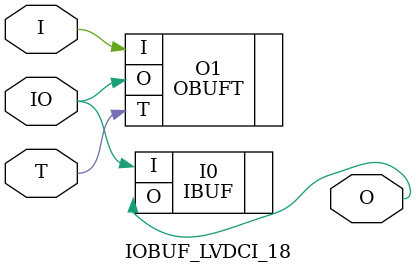
<source format=v>


`timescale  1 ps / 1 ps


module IOBUF_LVDCI_18 (O, IO, I, T);

    output O;

    inout  IO;

    input  I, T;

        OBUFT #(.IOSTANDARD("LVDCI_18") ) O1 (.O(IO), .I(I), .T(T)); 
	IBUF #(.IOSTANDARD("LVDCI_18"))  I0 (.O(O), .I(IO));
        

endmodule



</source>
